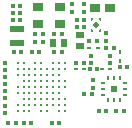
<source format=gbr>
G04 DipTrace 3.3.1.0*
G04 TopPaste.gbr*
%MOMM*%
G04 #@! TF.FileFunction,Paste,Top*
G04 #@! TF.Part,Single*
%AMOUTLINE2*
4,1,4,
0.18003,0.13,
0.18003,-0.13,
-0.18003,-0.13,
-0.18003,0.13,
0.18003,0.13,
0*%
%AMOUTLINE4*
4,1,5,
0.105,-0.18,
0.105,0.18,
0.09852,0.18,
-0.105,-0.0209,
-0.105,-0.18,
0.105,-0.18,
0*%
%AMOUTLINE7*
4,1,4,
0.0,0.30929,
0.30929,0.0,
0.0,-0.30929,
-0.30929,0.0,
0.0,0.30929,
0*%
%AMOUTLINE9*
4,1,5,
0.105,0.18,
0.105,-0.18,
0.09852,-0.18,
-0.105,0.0209,
-0.105,0.18,
0.105,0.18,
0*%
%AMOUTLINE11*
4,1,5,
-0.105,0.18,
-0.105,-0.18,
-0.09852,-0.18,
0.105,0.0209,
0.105,0.18,
-0.105,0.18,
0*%
%AMOUTLINE13*
4,1,5,
-0.105,-0.18,
-0.105,0.18,
-0.09852,0.18,
0.105,-0.0209,
0.105,-0.18,
-0.105,-0.18,
0*%
%ADD25R,0.37X0.33*%
%ADD28R,0.33X0.37*%
%ADD31R,0.68X0.55*%
%ADD34R,0.36X0.26*%
%ADD37R,0.26X0.36*%
%ADD40R,0.55X0.68*%
%ADD43C,0.28*%
%ADD47R,0.15X0.39*%
%ADD50R,0.39X0.15*%
%ADD52R,0.56X0.56*%
%ADD79R,0.85X0.75*%
%ADD81R,1.15X0.55*%
%ADD83R,0.85X0.65*%
%ADD102OUTLINE2*%
%ADD104OUTLINE4*%
%ADD107OUTLINE7*%
%ADD109OUTLINE9*%
%ADD111OUTLINE11*%
%ADD113OUTLINE13*%
%FSLAX35Y35*%
G04*
G71*
G90*
G75*
G01*
G04 TopPaste*
%LPD*%
D25*
X224000Y1021000D3*
Y1083000D3*
X96000Y538000D3*
Y600000D3*
Y420000D3*
Y482000D3*
Y360000D3*
Y298000D3*
D28*
X488000Y92000D3*
X550000D3*
X384000Y692000D3*
X322000D3*
D25*
X96000Y236000D3*
Y174000D3*
D28*
X184000Y92000D3*
X122000D3*
X250000D3*
X312000D3*
X221000Y960000D3*
X159000D3*
X232000Y692000D3*
X170000D3*
D25*
X660000Y1032000D3*
Y1094000D3*
D28*
X349000Y844000D3*
X411000D3*
X766000Y964000D3*
X704000D3*
X766000Y904000D3*
X704000D3*
X512000Y692000D3*
X574000D3*
X512000Y844000D3*
X574000D3*
D25*
X834157Y387867D3*
Y449867D3*
D28*
X951000Y192000D3*
X889000D3*
X1036000D3*
X1098000D3*
X808000Y784000D3*
X870000D3*
D25*
X952000Y788000D3*
Y850000D3*
D28*
Y728000D3*
X1014000D3*
X1068000Y560000D3*
X1130000D3*
X759740Y600000D3*
X697740D3*
D25*
X822280Y599000D3*
Y661000D3*
D28*
X809000Y545000D3*
X871000D3*
D25*
X983863Y599000D3*
Y661000D3*
D102*
X833757Y336273D3*
X763750D3*
D31*
X728000Y836000D3*
Y740000D3*
D34*
X808000Y724000D3*
X878000D3*
D37*
X1068000Y688000D3*
Y618000D3*
D40*
X500000Y768000D3*
X596000D3*
D34*
X690000Y545000D3*
X760000D3*
X915000D3*
X985000D3*
D25*
X160000Y1021000D3*
Y1083000D3*
D28*
X411000Y776000D3*
X349000D3*
D43*
X200000Y195000D3*
Y245000D3*
Y345000D3*
Y395000D3*
Y495000D3*
Y545000D3*
Y595000D3*
X250000Y195000D3*
Y245000D3*
Y295000D3*
Y345000D3*
Y395000D3*
Y445000D3*
Y495000D3*
Y545000D3*
Y595000D3*
X300000Y195000D3*
Y245000D3*
Y295000D3*
Y345000D3*
Y395000D3*
Y445000D3*
Y495000D3*
Y545000D3*
X350000Y245000D3*
Y295000D3*
Y345000D3*
Y395000D3*
Y445000D3*
Y495000D3*
Y545000D3*
Y595000D3*
X400000Y195000D3*
Y245000D3*
Y295000D3*
Y345000D3*
Y395000D3*
Y445000D3*
Y495000D3*
Y545000D3*
Y595000D3*
X450000Y195000D3*
Y245000D3*
Y295000D3*
Y345000D3*
Y395000D3*
Y445000D3*
Y495000D3*
Y545000D3*
X500000Y245000D3*
Y295000D3*
Y345000D3*
Y395000D3*
Y445000D3*
Y495000D3*
Y545000D3*
Y595000D3*
X550000Y195000D3*
Y245000D3*
Y295000D3*
Y345000D3*
Y395000D3*
Y445000D3*
Y495000D3*
Y545000D3*
Y595000D3*
X600000Y195000D3*
Y245000D3*
Y295000D3*
Y395000D3*
Y445000D3*
Y545000D3*
Y595000D3*
D47*
X1068000Y468000D3*
X1018000D3*
X968000D3*
D50*
X925000Y425000D3*
Y375000D3*
Y325000D3*
D47*
X968000Y282000D3*
X1018000D3*
X1068000D3*
D50*
X1111000Y325000D3*
Y375000D3*
Y425000D3*
D52*
X1018000Y375000D3*
D104*
X895870Y875630D3*
D107*
X863370Y918630D3*
D109*
X895870Y961630D3*
D111*
X830870D3*
D113*
Y875630D3*
D83*
X855000Y1060000D3*
X985000D3*
D25*
X766000Y1032000D3*
Y1094000D3*
D81*
X192000Y768000D3*
Y888000D3*
D79*
X557500Y927500D3*
Y1072500D3*
X372500Y927500D3*
Y1072500D3*
M02*

</source>
